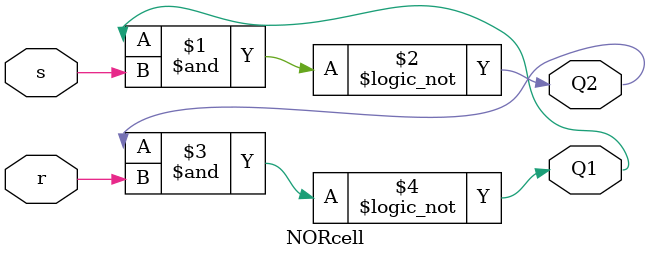
<source format=v>
`timescale 1ns / 1ps

module NORcell(input s, input r, output Q1, output Q2);
assign #10 Q2 = !(Q1&s);
assign #10 Q1 = !(Q2&r);
endmodule

</source>
